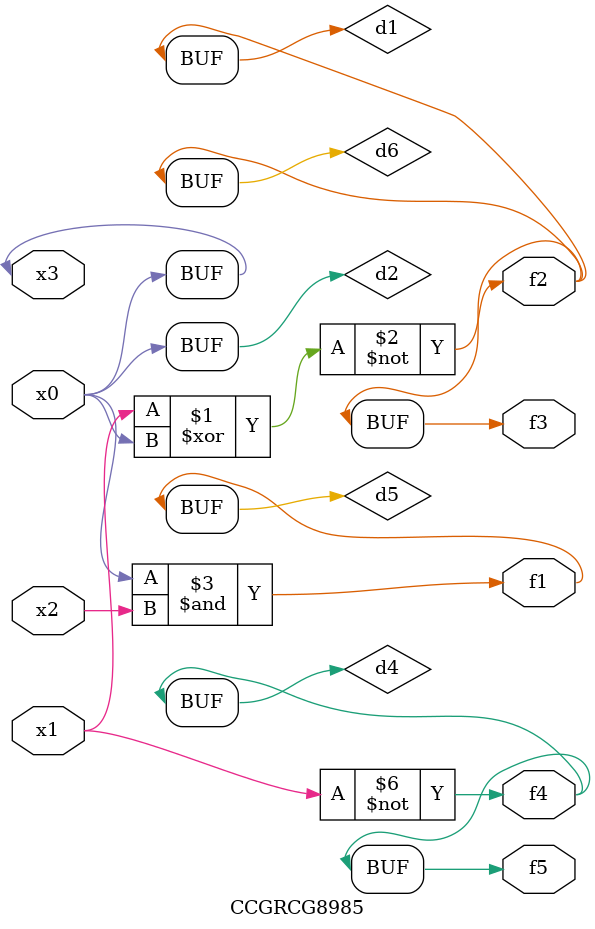
<source format=v>
module CCGRCG8985(
	input x0, x1, x2, x3,
	output f1, f2, f3, f4, f5
);

	wire d1, d2, d3, d4, d5, d6;

	xnor (d1, x1, x3);
	buf (d2, x0, x3);
	nand (d3, x0, x2);
	not (d4, x1);
	nand (d5, d3);
	or (d6, d1);
	assign f1 = d5;
	assign f2 = d6;
	assign f3 = d6;
	assign f4 = d4;
	assign f5 = d4;
endmodule

</source>
